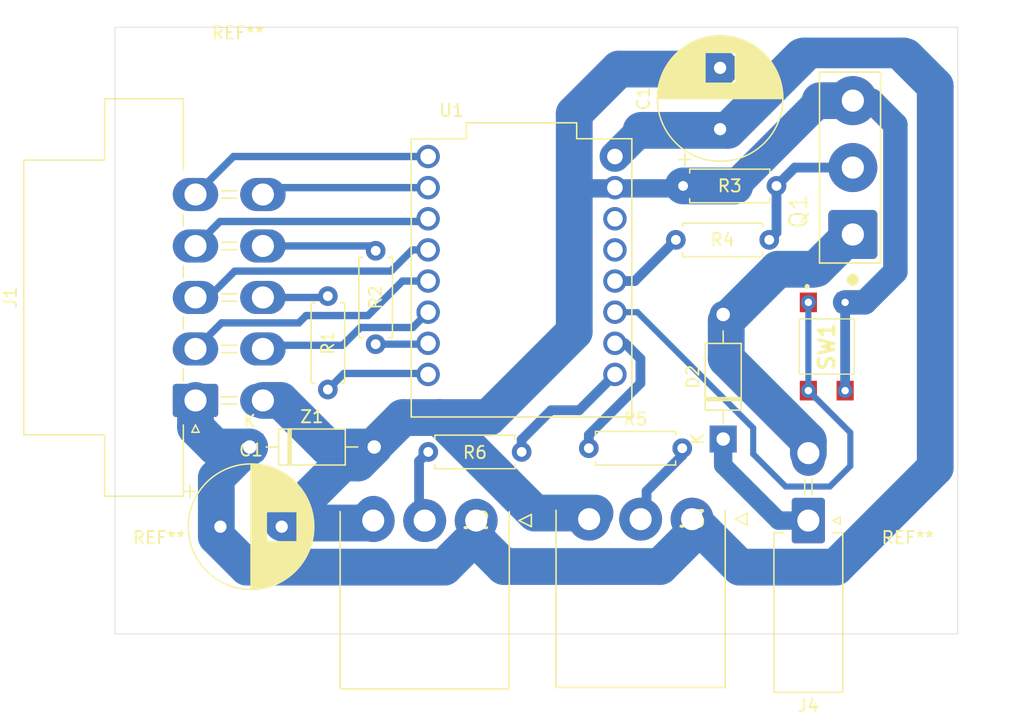
<source format=kicad_pcb>
(kicad_pcb (version 20241229) (generator "pcbnew") (generator_version "9.0")
  (layers (0 "F.Cu" signal) (2 "B.Cu" signal) (13 "F.Paste" user) (15 "B.Paste" user) (5 "F.SilkS" user "F.Silkscreen") (7 "B.SilkS" user "B.Silkscreen") (1 "F.Mask" user) (3 "B.Mask" user) (25 "Edge.Cuts" user))
  (net 0 "")
  (net 2 "+5V")
  (net 3 "GND")
  (net 5 "/HORN_SIGNAL")
  (net 6 "Net-(U1-GPIO20)")
  (net 7 "/TEST")
  (net 8 "Net-(U1-GPIO21)")
  (net 9 "/LED_STRIP_2")
  (net 10 "/LED_STRIP_1")
  (net 11 "/HORN_DRIVER")
  (net 12 "/HORN_HORN")
  (net 13 "+12V")
  (net 14 "/LIGHT_R")
  (net 15 "/BRAKE")
  (net 16 "/LIGHT_L")
  (net 17 "/LIGHT_POS")
  (net 18 "/CAN_TX")
  (net 19 "/CAN_RX")
  (net 20 "/LIGHT_BEAM")
  (net 21 "Net-(J2-Pin_2)")
  (net 22 "Net-(J3-Pin_2)")
  (net 23 "Net-(Q1-G)")
  (footprint "Resistor_THT:R_Axial_DIN0207_L6.3mm_D2.5mm_P7.62mm_Horizontal" (layer "F.Cu") (at 122.3 102.51 90)
    (property "Reference" "R1" (at 3.81 0 90) (layer "F.SilkS"))
    (property "Value" "300")
    (pad "1" thru_hole circle (at 0 0 90) (size 1.6 1.6) (drill 0.8) (layers "*.Cu" "*.Mask") (net 8 "Net-(U1-GPIO21)"))
    (pad "2" thru_hole oval (at 7.62 0 90) (size 1.6 1.6) (drill 0.8) (layers "*.Cu" "*.Mask") (net 18 "/CAN_TX"))
  )
  (footprint "Resistor_THT:R_Axial_DIN0207_L6.3mm_D2.5mm_P7.62mm_Horizontal" (layer "F.Cu") (at 138.11 107.6 180)
    (property "Reference" "R6" (at 3.81 -0.05 180) (layer "F.SilkS"))
    (property "Value" "0")
    (pad "1" thru_hole circle (at 0 0 180) (size 1.6 1.6) (drill 0.8) (layers "*.Cu" "*.Mask") (net 10 "/LED_STRIP_1"))
    (pad "2" thru_hole oval (at 7.62 0 180) (size 1.6 1.6) (drill 0.8) (layers "*.Cu" "*.Mask") (net 21 "Net-(J2-Pin_2)"))
  )
  (footprint "lib:39303035" (layer "F.Cu") (at 134.4 113.2)
    (property "Reference" "J2" (at 0 0 0) (layer "F.SilkS") (effects (font (size 1.27 1.27) (thickness 0.254))))
    (property "Value" "Conn_01x03" (hide yes))
    (pad "" np_thru_hole circle (at -8.4 7.3) (size 3 3) (drill 3) (layers "*.Cu" "*.Mask"))
    (pad "" np_thru_hole circle (at 0 7.3) (size 3 3) (drill 3) (layers "*.Cu" "*.Mask"))
    (pad "1" thru_hole circle (at 0 0) (size 3.5 3.5) (drill 1.8) (layers "*.Cu" "*.Mask") (net 2 "+5V"))
    (pad "2" thru_hole circle (at -4.2 0) (size 3.5 3.5) (drill 1.8) (layers "*.Cu" "*.Mask") (net 21 "Net-(J2-Pin_2)"))
    (pad "3" thru_hole circle (at -8.4 0) (size 3.5 3.5) (drill 1.8) (layers "*.Cu" "*.Mask") (net 3 "GND"))
  )
  (footprint "lib:TO546P1558X498X2499-3" (layer "F.Cu") (at 164.9 84.4025 90)
    (property "Reference" "Q1" (at -3.58755 -4.20687 90) (layer "F.SilkS") (effects (font (size 1.402346 1.402346))))
    (property "Value" "NMOS")
    (pad "1" thru_hole roundrect (at -5.46 0.2275 90) (size 4 4) (drill 1.81) (layers "*.Cu" "*.Mask") (roundrect_rratio 0.09208103131) (net 12 "/HORN_HORN"))
    (pad "2" thru_hole circle (at 0 0.2275 90) (size 4 4) (drill 1.81) (layers "*.Cu" "*.Mask") (net 23 "Net-(Q1-G)"))
    (pad "3" thru_hole circle (at 5.46 0.2275 90) (size 4 4) (drill 1.81) (layers "*.Cu" "*.Mask") (net 3 "GND"))
  )
  (footprint "lib:MODULE_ESP32-C3_SUPERMINI" (layer "F.Cu") (at 138.1 93.4)
    (property "Reference" "U1" (at -5.715 -13.6525 0) (layer "F.SilkS"))
    (property "Value" "ESP32-C3_SUPERMINI")
    (pad "0" thru_hole circle (at 7.62 7.88) (size 1.905 1.905) (drill 1.27) (layers "*.Cu" "*.Mask") (net 10 "/LED_STRIP_1"))
    (pad "1" thru_hole circle (at 7.62 5.34) (size 1.905 1.905) (drill 1.27) (layers "*.Cu" "*.Mask") (net 9 "/LED_STRIP_2"))
    (pad "2" thru_hole circle (at 7.62 2.8) (size 1.905 1.905) (drill 1.27) (layers "*.Cu" "*.Mask") (net 7 "/TEST"))
    (pad "3" thru_hole circle (at 7.62 0.26) (size 1.905 1.905) (drill 1.27) (layers "*.Cu" "*.Mask") (net 11 "/HORN_DRIVER"))
    (pad "3.3" thru_hole circle (at 7.62 -4.82) (size 1.905 1.905) (drill 1.27) (layers "*.Cu" "*.Mask"))
    (pad "4" thru_hole circle (at 7.62 -2.28) (size 1.905 1.905) (drill 1.27) (layers "*.Cu" "*.Mask"))
    (pad "5" thru_hole circle (at -7.62 -9.9) (size 1.905 1.905) (drill 1.27) (layers "*.Cu" "*.Mask") (net 17 "/LIGHT_POS"))
    (pad "5V" thru_hole circle (at 7.62 -9.9) (size 1.905 1.905) (drill 1.27) (layers "*.Cu" "*.Mask") (net 2 "+5V"))
    (pad "6" thru_hole circle (at -7.62 -7.36) (size 1.905 1.905) (drill 1.27) (layers "*.Cu" "*.Mask") (net 20 "/LIGHT_BEAM"))
    (pad "7" thru_hole circle (at -7.62 -4.82) (size 1.905 1.905) (drill 1.27) (layers "*.Cu" "*.Mask") (net 16 "/LIGHT_L"))
    (pad "8" thru_hole circle (at -7.62 -2.28) (size 1.905 1.905) (drill 1.27) (layers "*.Cu" "*.Mask") (net 5 "/HORN_SIGNAL"))
    (pad "9" thru_hole circle (at -7.62 0.26) (size 1.905 1.905) (drill 1.27) (layers "*.Cu" "*.Mask") (net 15 "/BRAKE"))
    (pad "10" thru_hole circle (at -7.62 2.8) (size 1.905 1.905) (drill 1.27) (layers "*.Cu" "*.Mask") (net 14 "/LIGHT_R"))
    (pad "20" thru_hole circle (at -7.62 5.34) (size 1.905 1.905) (drill 1.27) (layers "*.Cu" "*.Mask") (net 6 "Net-(U1-GPIO20)"))
    (pad "21" thru_hole circle (at -7.62 7.88) (size 1.905 1.905) (drill 1.27) (layers "*.Cu" "*.Mask") (net 8 "Net-(U1-GPIO21)"))
    (pad "G" thru_hole circle (at 7.62 -7.36) (size 1.905 1.905) (drill 1.27) (layers "*.Cu" "*.Mask") (net 3 "GND"))
  )
  (footprint "Capacitor_THT:CP_Radial_D10.0mm_P5.00mm" (layer "F.Cu") (at 154.3 81.267677 90)
    (property "Reference" "C1" (at 2.5 -6.25 90) (layer "F.SilkS"))
    (property "Value" "100u")
    (pad "1" thru_hole rect (at 0 0 90) (size 2 2) (drill 1) (layers "*.Cu" "*.Mask") (net 2 "+5V"))
    (pad "2" thru_hole circle (at 5 0 90) (size 2 2) (drill 1) (layers "*.Cu" "*.Mask") (net 3 "GND"))
  )
  (footprint "Capacitor_THT:CP_Radial_D10.0mm_P5.00mm" (layer "F.Cu") (at 113.532323 113.7)
    (property "Reference" "C1" (at 2.5 -6.25 0) (layer "F.SilkS"))
    (property "Value" "100u")
    (pad "1" thru_hole rect (at 0 0) (size 2 2) (drill 1) (layers "*.Cu" "*.Mask"))
    (pad "2" thru_hole circle (at 5 0) (size 2 2) (drill 1) (layers "*.Cu" "*.Mask") (net 3 "GND"))
  )
  (footprint "Diode_THT:D_DO-41_SOD81_P10.16mm_Horizontal" (layer "F.Cu") (at 154.55 106.55 90)
    (property "Reference" "D2" (at 5.08 -2.47 90) (layer "F.SilkS"))
    (property "Value" "D")
    (fp_text user "K" (at 0 -2.1 90) (layer "F.SilkS"))
    (pad "1" thru_hole rect (at 0 0 90) (size 2.2 2.2) (drill 1.1) (layers "*.Cu" "*.Mask") (net 13 "+12V"))
    (pad "2" thru_hole oval (at 10.16 0 90) (size 2.2 2.2) (drill 1.1) (layers "*.Cu" "*.Mask") (net 12 "/HORN_HORN"))
  )
  (footprint "Resistor_THT:R_Axial_DIN0207_L6.3mm_D2.5mm_P7.62mm_Horizontal" (layer "F.Cu") (at 150.69 90.3)
    (property "Reference" "R4" (at 3.81 0 0) (layer "F.SilkS"))
    (property "Value" "300")
    (pad "1" thru_hole circle (at 0 0) (size 1.6 1.6) (drill 0.8) (layers "*.Cu" "*.Mask") (net 11 "/HORN_DRIVER"))
    (pad "2" thru_hole oval (at 7.62 0) (size 1.6 1.6) (drill 0.8) (layers "*.Cu" "*.Mask") (net 23 "Net-(Q1-G)"))
  )
  (footprint "lib:TL3305BF160QG" (layer "F.Cu") (at 163 99 -90)
    (property "Reference" "SW1" (at 0 0 90) (layer "F.SilkS") (effects (font (size 1.27 1.27) (thickness 0.254))))
    (property "Value" "Test_Button" (hide yes))
    (pad "1" smd rect (at -3.6 1.5) (size 1.4 1.6) (layers "F.Cu" "F.Mask" "F.Paste") (net 7 "/TEST"))
    (pad "2" smd rect (at 3.6 1.5) (size 1.4 1.6) (layers "F.Cu" "F.Mask" "F.Paste") (net 7 "/TEST"))
    (pad "3" smd rect (at -3.6 -1.5) (size 1.4 1.6) (layers "F.Cu" "F.Mask" "F.Paste") (net 3 "GND"))
    (pad "4" smd rect (at 3.6 -1.5) (size 1.4 1.6) (layers "F.Cu" "F.Mask" "F.Paste") (net 3 "GND"))
  )
  (footprint "Connector_Molex:Molex_Mini-Fit_Jr_5569-02A2_2x01_P4.20mm_Horizontal" (layer "F.Cu") (at 161.5 113.2 180)
    (property "Reference" "J4" (at 0 -15.1 0) (layer "F.SilkS"))
    (property "Value" "Conn_01x02")
    (pad "" np_thru_hole circle (at 0 -7.3 180) (size 3 3) (drill 3) (layers "*.Cu" "*.Mask"))
    (pad "1" thru_hole roundrect (at 0 0 180) (size 2.7 3.7) (drill 1.8) (layers "*.Cu" "*.Mask") (roundrect_rratio 0.092593) (net 13 "+12V"))
    (pad "2" thru_hole oval (at 0 5.5 180) (size 2.7 3.7) (drill 1.8) (layers "*.Cu" "*.Mask") (net 12 "/HORN_HORN"))
  )
  (footprint "Diode_THT:D_DO-41_SOD81_P10.16mm_Horizontal" (layer "F.Cu") (at 115.92 107.2)
    (property "Reference" "Z1" (at 5.08 -2.47 0) (layer "F.SilkS"))
    (property "Value" "5V")
    (fp_text user "K" (at 0 -2.1 0) (layer "F.SilkS"))
    (pad "1" thru_hole rect (at 0 0) (size 2.2 2.2) (drill 1.1) (layers "*.Cu" "*.Mask") (net 2 "+5V"))
    (pad "2" thru_hole oval (at 10.16 0) (size 2.2 2.2) (drill 1.1) (layers "*.Cu" "*.Mask") (net 3 "GND"))
  )
  (footprint "MountingHole:MountingHole_3.2mm_M3" (layer "F.Cu") (at 169.62 118.8)
    (property "Reference" "REF**" (at 0 -4.2 0) (layer "F.SilkS"))
    (property "Value" "MountingHole_3.2mm_M3")
    (pad "" np_thru_hole circle (at 0 0) (size 3.2 3.2) (drill 3.2) (layers "*.Cu" "*.Mask"))
  )
  (footprint "lib:39303035" (layer "F.Cu") (at 152.01575 113.0871)
    (property "Reference" "J3" (at 0 0 0) (layer "F.SilkS") (effects (font (size 1.27 1.27) (thickness 0.254))))
    (property "Value" "Conn_01x03" (hide yes))
    (pad "" np_thru_hole circle (at -8.4 7.3) (size 3 3) (drill 3) (layers "*.Cu" "*.Mask"))
    (pad "" np_thru_hole circle (at 0 7.3) (size 3 3) (drill 3) (layers "*.Cu" "*.Mask"))
    (pad "1" thru_hole circle (at 0 0) (size 3.5 3.5) (drill 1.8) (layers "*.Cu" "*.Mask") (net 2 "+5V"))
    (pad "2" thru_hole circle (at -4.2 0) (size 3.5 3.5) (drill 1.8) (layers "*.Cu" "*.Mask") (net 22 "Net-(J3-Pin_2)"))
    (pad "3" thru_hole circle (at -8.4 0) (size 3.5 3.5) (drill 1.8) (layers "*.Cu" "*.Mask") (net 3 "GND"))
  )
  (footprint "Resistor_THT:R_Axial_DIN0207_L6.3mm_D2.5mm_P7.62mm_Horizontal" (layer "F.Cu") (at 126.2 98.81 90)
    (property "Reference" "R2" (at 3.81 0 90) (layer "F.SilkS"))
    (property "Value" "300")
    (pad "1" thru_hole circle (at 0 0 90) (size 1.6 1.6) (drill 0.8) (layers "*.Cu" "*.Mask") (net 6 "Net-(U1-GPIO20)"))
    (pad "2" thru_hole oval (at 7.62 0 90) (size 1.6 1.6) (drill 0.8) (layers "*.Cu" "*.Mask") (net 19 "/CAN_RX"))
  )
  (footprint "Resistor_THT:R_Axial_DIN0207_L6.3mm_D2.5mm_P7.62mm_Horizontal" (layer "F.Cu") (at 158.9 85.9 180)
    (property "Reference" "R3" (at 3.81 0 0) (layer "F.SilkS"))
    (property "Value" "10k")
    (pad "1" thru_hole circle (at 0 0 180) (size 1.6 1.6) (drill 0.8) (layers "*.Cu" "*.Mask") (net 23 "Net-(Q1-G)"))
    (pad "2" thru_hole oval (at 7.62 0 180) (size 1.6 1.6) (drill 0.8) (layers "*.Cu" "*.Mask") (net 3 "GND"))
  )
  (footprint "MountingHole:MountingHole_3.2mm_M3" (layer "F.Cu") (at 108.53 118.8)
    (property "Reference" "REF**" (at 0 -4.2 0) (layer "F.SilkS"))
    (property "Value" "MountingHole_3.2mm_M3")
    (pad "" np_thru_hole circle (at 0 0) (size 3.2 3.2) (drill 3.2) (layers "*.Cu" "*.Mask"))
  )
  (footprint "Connector_Molex:Molex_Mini-Fit_Jr_5569-10A1_2x05_P4.20mm_Horizontal" (layer "F.Cu") (at 111.5 103.4 90)
    (property "Reference" "J1" (at 8.4 -15.1 90) (layer "F.SilkS"))
    (property "Value" "Conn_02x05")
    (pad "" np_thru_hole circle (at -4.5 -4.2 90) (size 3.2 3.2) (drill 3.2) (layers "*.Cu" "*.Mask"))
    (pad "" np_thru_hole circle (at 21.3 -4.2 90) (size 3.2 3.2) (drill 3.2) (layers "*.Cu" "*.Mask"))
    (pad "1" thru_hole roundrect (at 0 0 90) (size 2.7 3.7) (drill 1.8) (layers "*.Cu" "*.Mask") (roundrect_rratio 0.092593) (net 2 "+5V"))
    (pad "2" thru_hole oval (at 4.2 0 90) (size 2.7 3.7) (drill 1.8) (layers "*.Cu" "*.Mask") (net 15 "/BRAKE"))
    (pad "3" thru_hole oval (at 8.4 0 90) (size 2.7 3.7) (drill 1.8) (layers "*.Cu" "*.Mask") (net 5 "/HORN_SIGNAL"))
    (pad "4" thru_hole oval (at 12.6 0 90) (size 2.7 3.7) (drill 1.8) (layers "*.Cu" "*.Mask") (net 16 "/LIGHT_L"))
    (pad "5" thru_hole oval (at 16.8 0 90) (size 2.7 3.7) (drill 1.8) (layers "*.Cu" "*.Mask") (net 17 "/LIGHT_POS"))
    (pad "6" thru_hole oval (at 0 5.5 90) (size 2.7 3.7) (drill 1.8) (layers "*.Cu" "*.Mask") (net 3 "GND"))
    (pad "7" thru_hole oval (at 4.2 5.5 90) (size 2.7 3.7) (drill 1.8) (layers "*.Cu" "*.Mask") (net 14 "/LIGHT_R"))
    (pad "8" thru_hole oval (at 8.4 5.5 90) (size 2.7 3.7) (drill 1.8) (layers "*.Cu" "*.Mask") (net 18 "/CAN_TX"))
    (pad "9" thru_hole oval (at 12.6 5.5 90) (size 2.7 3.7) (drill 1.8) (layers "*.Cu" "*.Mask") (net 19 "/CAN_RX"))
    (pad "10" thru_hole oval (at 16.8 5.5 90) (size 2.7 3.7) (drill 1.8) (layers "*.Cu" "*.Mask") (net 20 "/LIGHT_BEAM"))
  )
  (footprint "Resistor_THT:R_Axial_DIN0207_L6.3mm_D2.5mm_P7.62mm_Horizontal" (layer "F.Cu") (at 143.59 107.3)
    (property "Reference" "R5" (at 3.81 -2.37 0) (layer "F.SilkS"))
    (property "Value" "0")
    (pad "1" thru_hole circle (at 0 0) (size 1.6 1.6) (drill 0.8) (layers "*.Cu" "*.Mask") (net 9 "/LED_STRIP_2"))
    (pad "2" thru_hole oval (at 7.62 0) (size 1.6 1.6) (drill 0.8) (layers "*.Cu" "*.Mask") (net 22 "Net-(J3-Pin_2)"))
  )
  (footprint "MountingHole:MountingHole_3.2mm_M3" (layer "F.Cu") (at 114.97 77.62)
    (property "Reference" "REF**" (at 0 -4.2 0) (layer "F.SilkS"))
    (property "Value" "MountingHole_3.2mm_M3")
    (pad "" np_thru_hole circle (at 0 0) (size 3.2 3.2) (drill 3.2) (layers "*.Cu" "*.Mask"))
  )
  (gr_rect (start 104.93 72.95) (end 173.69 122.45) (stroke (width 0.05)) (fill no) (layer "Edge.Cuts"))
  (segment (start 131.8 117) (end 134.41575 114.38425) (width 3) (layer "B.Cu") (net 2))
  (segment (start 160.95 75.35) (end 154.932323 81.367677) (width 3) (layer "B.Cu") (net 2))
  (segment (start 134.41575 112.6871) (end 134.41575 112.91575) (width 1.5) (layer "B.Cu") (net 2))
  (segment (start 171.85 108.88) (end 171.85 77.75) (width 3) (layer "B.Cu") (net 2))
  (segment (start 115.72 107.2) (end 113.2 109.72) (width 3) (layer "B.Cu") (net 2))
  (segment (start 111.5 105.58) (end 113.12 107.2) (width 3) (layer "B.Cu") (net 2))
  (segment (start 152.5 113.6) (end 155.9 117) (width 3) (layer "B.Cu") (net 2))
  (segment (start 169.45 75.35) (end 169.3 75.2) (width 2.8) (layer "B.Cu") (net 2))
  (segment (start 154.932323 81.367677) (end 147.852323 81.367677) (width 3) (layer "B.Cu") (net 2))
  (segment (start 152.5 113.6) (end 152.5 112.5871) (width 2) (layer "B.Cu") (net 2))
  (segment (start 134.41575 112.6871) (end 134.41575 112.86575) (width 2) (layer "B.Cu") (net 2))
  (segment (start 113.2 109.72) (end 113.2 114.5) (width 3) (layer "B.Cu") (net 2))
  (segment (start 161.25 75.05) (end 161.1 75.2) (width 2.5) (layer "B.Cu") (net 2))
  (segment (start 147.852323 81.367677) (end 145.72 83.5) (width 2.5) (layer "B.Cu") (net 2))
  (segment (start 115.7 117) (end 131.8 117) (width 3) (layer "B.Cu") (net 2))
  (segment (start 169.3 75.2) (end 169.15 75.05) (width 2.5) (layer "B.Cu") (net 2))
  (segment (start 134.41575 114.71575) (end 136.65 116.95) (width 3) (layer "B.Cu") (net 2))
  (segment (start 169.15 75.05) (end 161.25 75.05) (width 2.5) (layer "B.Cu") (net 2))
  (segment (start 155.9 117) (end 163.73 117) (width 3) (layer "B.Cu") (net 2))
  (segment (start 115.92 107.2) (end 115.72 107.2) (width 3) (layer "B.Cu") (net 2))
  (segment (start 134.41575 114.38425) (end 134.41575 113.78425) (width 3) (layer "B.Cu") (net 2))
  (segment (start 163.73 117) (end 171.85 108.88) (width 3) (layer "B.Cu") (net 2))
  (segment (start 136.65 116.95) (end 149.4 116.95) (width 3) (layer "B.Cu") (net 2))
  (segment (start 113.2 114.5) (end 115.7 117) (width 3) (layer "B.Cu") (net 2))
  (segment (start 171.85 77.75) (end 169.45 75.35) (width 3) (layer "B.Cu") (net 2))
  (segment (start 161.1 75.2) (end 160.95 75.35) (width 2.8) (layer "B.Cu") (net 2))
  (segment (start 152.5 113.85) (end 152.5 113.6) (width 3) (layer "B.Cu") (net 2))
  (segment (start 134.41575 113.78425) (end 134.41575 112.6871) (width 2) (layer "B.Cu") (net 2))
  (segment (start 149.4 116.95) (end 152.5 113.85) (width 3) (layer "B.Cu") (net 2))
  (segment (start 111.5 103.4) (end 111.5 105.58) (width 3) (layer "B.Cu") (net 2))
  (segment (start 134.41575 112.91575) (end 134.41575 114.71575) (width 3) (layer "B.Cu") (net 2))
  (segment (start 113.12 107.2) (end 115.92 107.2) (width 3) (layer "B.Cu") (net 2))
  (segment (start 164.5 95.2) (end 164.5 95.4) (width 1.5) (layer "F.Cu") (net 3))
  (segment (start 151.14 86.04) (end 151.28 85.9) (width 1.5) (layer "F.Cu") (net 3))
  (via (at 164.5 102.6) (size 1.2) (drill 0.6) (layers "F.Cu" "B.Cu") (net 3))
  (via (at 164.5 95.4) (size 1.2) (drill 0.6) (layers "F.Cu" "B.Cu") (net 3))
  (segment (start 139.1871 112.5871) (end 144.1 112.5871) (width 3) (layer "B.Cu") (net 3))
  (segment (start 117 103.4) (end 118.45 103.4) (width 3) (layer "B.Cu") (net 3))
  (segment (start 165.1275 78.9425) (end 162.4575 78.9425) (width 3) (layer "B.Cu") (net 3))
  (segment (start 131.4 104.8) (end 135.4 104.8) (width 3) (layer "B.Cu") (net 3))
  (segment (start 135.4 104.8) (end 142.4 97.8) (width 3) (layer "B.Cu") (net 3))
  (segment (start 155.5 85.9) (end 151.28 85.9) (width 3) (layer "B.Cu") (net 3))
  (segment (start 124.78 108.5) (end 123.5 108.5) (width 3) (layer "B.Cu") (net 3))
  (segment (start 131.4 104.8) (end 139.1871 112.5871) (width 3) (layer "B.Cu") (net 3))
  (segment (start 168.6 92.9) (end 166.1 95.4) (width 2) (layer "B.Cu") (net 3))
  (segment (start 165.1275 78.9425) (end 166.6425 78.9425) (width 2) (layer "B.Cu") (net 3))
  (segment (start 125.30285 113.4) (end 126.01575 112.6871) (width 3) (layer "B.Cu") (net 3))
  (segment (start 154.2 76.367677) (end 154.3 76.267677) (width 3) (layer "B.Cu") (net 3))
  (segment (start 146.032323 76.367677) (end 154.2 76.367677) (width 3) (layer "B.Cu") (net 3))
  (segment (start 166.6425 78.9425) (end 168.6 80.9) (width 2) (layer "B.Cu") (net 3))
  (segment (start 118.45 103.4) (end 122.25 107.2) (width 3) (layer "B.Cu") (net 3))
  (segment (start 122.25 107.2) (end 126.08 107.2) (width 3) (layer "B.Cu") (net 3))
  (segment (start 168.6 80.9) (end 168.6 92.9) (width 2) (layer "B.Cu") (net 3))
  (segment (start 164.5 95.4) (end 164.5 102.6) (width 0.8) (layer "B.Cu") (net 3))
  (segment (start 128.4 104.8) (end 131.4 104.8) (width 3) (layer "B.Cu") (net 3))
  (segment (start 123.5 108.5) (end 118.6 113.4) (width 3) (layer "B.Cu") (net 3))
  (segment (start 162.4575 78.9425) (end 155.5 85.9) (width 2.5) (layer "B.Cu") (net 3))
  (segment (start 118.6 113.4) (end 125.30285 113.4) (width 3) (layer "B.Cu") (net 3))
  (segment (start 142.4 80) (end 146.032323 76.367677) (width 3) (layer "B.Cu") (net 3))
  (segment (start 166.1 95.4) (end 164.5 95.4) (width 2) (layer "B.Cu") (net 3))
  (segment (start 151.28 85.9) (end 151.08 86.1) (width 1.5) (layer "B.Cu") (net 3))
  (segment (start 142.4 97.8) (end 142.4 80) (width 3) (layer "B.Cu") (net 3))
  (segment (start 143.3 86.1) (end 142.4 87) (width 1.5) (layer "B.Cu") (net 3))
  (segment (start 126.08 107.2) (end 124.78 108.5) (width 3) (layer "B.Cu") (net 3))
  (segment (start 124.7 108.5) (end 128.4 104.8) (width 3) (layer "B.Cu") (net 3))
  (segment (start 151.08 86.1) (end 143.3 86.1) (width 1.5) (layer "B.Cu") (net 3))
  (segment (start 112.55 95) (end 114.7 92.85) (width 0.6) (layer "B.Cu") (net 5))
  (segment (start 111.5 95) (end 112.55 95) (width 0.6) (layer "B.Cu") (net 5))
  (segment (start 114.7 92.85) (end 127.45 92.85) (width 0.6) (layer "B.Cu") (net 5))
  (segment (start 127.45 92.85) (end 129.18 91.12) (width 0.6) (layer "B.Cu") (net 5))
  (segment (start 129.18 91.12) (end 130.48 91.12) (width 0.6) (layer "B.Cu") (net 5))
  (segment (start 126.2 98.81) (end 130.41 98.81) (width 0.6) (layer "B.Cu") (net 6))
  (segment (start 130.41 98.81) (end 130.48 98.74) (width 0.6) (layer "B.Cu") (net 6))
  (via (at 161.5 102.6) (size 1.2) (drill 0.6) (layers "F.Cu" "B.Cu") (net 7))
  (via (at 161.5 95.4) (size 1.2) (drill 0.6) (layers "F.Cu" "B.Cu") (net 7))
  (segment (start 157 105.65) (end 147.55 96.2) (width 0.5) (layer "B.Cu") (net 7))
  (segment (start 147.55 96.2) (end 145.72 96.2) (width 0.5) (layer "B.Cu") (net 7))
  (segment (start 161.5 95.4) (end 161.5 102.6) (width 0.5) (layer "B.Cu") (net 7))
  (segment (start 159.65 110.425) (end 157 107.775) (width 0.5) (layer "B.Cu") (net 7))
  (segment (start 157 107.775) (end 157 105.65) (width 0.5) (layer "B.Cu") (net 7))
  (segment (start 163.25 110.425) (end 159.65 110.425) (width 0.5) (layer "B.Cu") (net 7))
  (segment (start 164.925 106.025) (end 164.925 108.75) (width 0.5) (layer "B.Cu") (net 7))
  (segment (start 161.5 102.6) (end 164.925 106.025) (width 0.5) (layer "B.Cu") (net 7))
  (segment (start 164.925 108.75) (end 163.25 110.425) (width 0.5) (layer "B.Cu") (net 7))
  (segment (start 122.3 102.51) (end 123.61 101.2) (width 0.6) (layer "B.Cu") (net 8))
  (segment (start 130.4 101.2) (end 130.48 101.28) (width 0.6) (layer "B.Cu") (net 8))
  (segment (start 123.61 101.2) (end 130.4 101.2) (width 0.6) (layer "B.Cu") (net 8))
  (segment (start 147.8 100) (end 146.54 98.74) (width 0.8) (layer "B.Cu") (net 9))
  (segment (start 147.8 102) (end 147.8 100) (width 0.8) (layer "B.Cu") (net 9))
  (segment (start 143.59 107.3) (end 143.59 106.21) (width 0.8) (layer "B.Cu") (net 9))
  (segment (start 146.54 98.74) (end 145.72 98.74) (width 0.8) (layer "B.Cu") (net 9))
  (segment (start 143.59 106.21) (end 147.8 102) (width 0.8) (layer "B.Cu") (net 9))
  (segment (start 138.11 106.6) (end 140.51 104.2) (width 0.8) (layer "B.Cu") (net 10))
  (segment (start 140.51 104.2) (end 142.8 104.2) (width 0.8) (layer "B.Cu") (net 10))
  (segment (start 142.8 104.2) (end 145.72 101.28) (width 0.8) (layer "B.Cu") (net 10))
  (segment (start 138.11 107.6) (end 138.11 106.6) (width 0.8) (layer "B.Cu") (net 10))
  (segment (start 145.72 93.66) (end 147.33 93.66) (width 0.8) (layer "B.Cu") (net 11))
  (segment (start 147.33 93.66) (end 150.69 90.3) (width 0.8) (layer "B.Cu") (net 11))
  (segment (start 161.9 92.7) (end 159 92.7) (width 3) (layer "B.Cu") (net 12))
  (segment (start 154.8 100) (end 161.5 106.7) (width 3) (layer "B.Cu") (net 12))
  (segment (start 164.9375 89.8625) (end 162.15 92.65) (width 3) (layer "B.Cu") (net 12))
  (segment (start 159 92.7) (end 154.8 96.9) (width 3) (layer "B.Cu") (net 12))
  (segment (start 162.15 92.65) (end 161.95 92.65) (width 3) (layer "B.Cu") (net 12))
  (segment (start 154.8 96.9) (end 154.8 100) (width 3) (layer "B.Cu") (net 12))
  (segment (start 161.5 106.7) (end 161.5 107.7) (width 3) (layer "B.Cu") (net 12))
  (segment (start 164.9375 89.8625) (end 165.1275 89.8625) (width 1.5) (layer "B.Cu") (net 12))
  (segment (start 161.95 92.65) (end 161.9 92.7) (width 3) (layer "B.Cu") (net 12))
  (segment (start 154.55 108.7) (end 159.05 113.2) (width 1.5) (layer "B.Cu") (net 13))
  (segment (start 159.05 113.2) (end 161.5 113.2) (width 1.5) (layer "B.Cu") (net 13))
  (segment (start 154.55 106.55) (end 154.55 108.7) (width 1.5) (layer "B.Cu") (net 13))
  (segment (start 117 99.2) (end 117.3 98.9) (width 0.6) (layer "B.Cu") (net 14))
  (segment (start 117.3 98.9) (end 123.5 98.9) (width 0.6) (layer "B.Cu") (net 14))
  (segment (start 129.23 97.45) (end 130.48 96.2) (width 0.6) (layer "B.Cu") (net 14))
  (segment (start 123.5 98.9) (end 124.95 97.45) (width 0.6) (layer "B.Cu") (net 14))
  (segment (start 124.95 97.45) (end 129.23 97.45) (width 0.6) (layer "B.Cu") (net 14))
  (segment (start 119.925 97.075) (end 120.525 96.475) (width 0.6) (layer "B.Cu") (net 15))
  (segment (start 120.525 96.475) (end 125.575 96.475) (width 0.6) (layer "B.Cu") (net 15))
  (segment (start 113.625 97.075) (end 119.925 97.075) (width 0.6) (layer "B.Cu") (net 15))
  (segment (start 125.575 96.475) (end 128.39 93.66) (width 0.6) (layer "B.Cu") (net 15))
  (segment (start 111.5 99.2) (end 113.625 97.075) (width 0.6) (layer "B.Cu") (net 15))
  (segment (start 128.39 93.66) (end 130.48 93.66) (width 0.6) (layer "B.Cu") (net 15))
  (segment (start 113.5 88.8) (end 130.26 88.8) (width 0.6) (layer "B.Cu") (net 16))
  (segment (start 111.5 90.8) (end 113.5 88.8) (width 0.6) (layer "B.Cu") (net 16))
  (segment (start 130.26 88.8) (end 130.48 88.58) (width 0.6) (layer "B.Cu") (net 16))
  (segment (start 114.6 83.5) (end 130.48 83.5) (width 0.6) (layer "B.Cu") (net 17))
  (segment (start 111.5 86.6) (end 114.6 83.5) (width 0.6) (layer "B.Cu") (net 17))
  (segment (start 122.19 95) (end 122.3 94.89) (width 0.6) (layer "B.Cu") (net 18))
  (segment (start 117 95) (end 122.19 95) (width 0.6) (layer "B.Cu") (net 18))
  (segment (start 125.81 90.8) (end 126.2 91.19) (width 0.6) (layer "B.Cu") (net 19))
  (segment (start 117 90.8) (end 125.81 90.8) (width 0.6) (layer "B.Cu") (net 19))
  (segment (start 117.56 86.04) (end 130.48 86.04) (width 0.6) (layer "B.Cu") (net 20))
  (segment (start 117 86.6) (end 117.56 86.04) (width 0.6) (layer "B.Cu") (net 20))
  (segment (start 129.74 112.21135) (end 130.21575 112.6871) (width 0.8) (layer "B.Cu") (net 21))
  (segment (start 130.49 107.6) (end 129.74 108.35) (width 0.8) (layer "B.Cu") (net 21))
  (segment (start 129.74 108.35) (end 129.74 112.21135) (width 0.8) (layer "B.Cu") (net 21))
  (segment (start 148.3 112.5871) (end 148.3 110.8) (width 0.8) (layer "B.Cu") (net 22))
  (segment (start 148.3 110.8) (end 151.21 107.89) (width 0.8) (layer "B.Cu") (net 22))
  (segment (start 151.21 107.89) (end 151.21 107.3) (width 0.8) (layer "B.Cu") (net 22))
  (segment (start 158.9 89.71) (end 158.9 85.9) (width 0.8) (layer "B.Cu") (net 23))
  (segment (start 158.31 90.3) (end 158.9 89.71) (width 0.8) (layer "B.Cu") (net 23))
  (segment (start 160.3975 84.4025) (end 165.1275 84.4025) (width 0.8) (layer "B.Cu") (net 23))
  (segment (start 158.9 85.9) (end 160.3975 84.4025) (width 0.8) (layer "B.Cu") (net 23))
)
</source>
